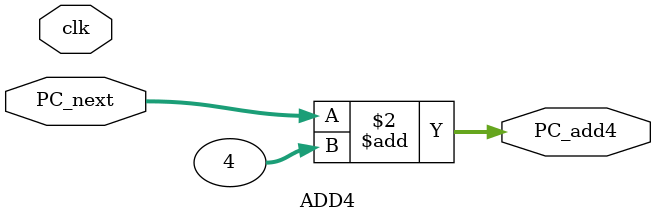
<source format=v>
`timescale 1ns / 1ps
module ADD4(
    input clk,
	 input [31:0] PC_next,
    output reg [31:0] PC_add4
    );
    always @* begin
	   PC_add4 <= PC_next + 4;
	 end

endmodule

</source>
